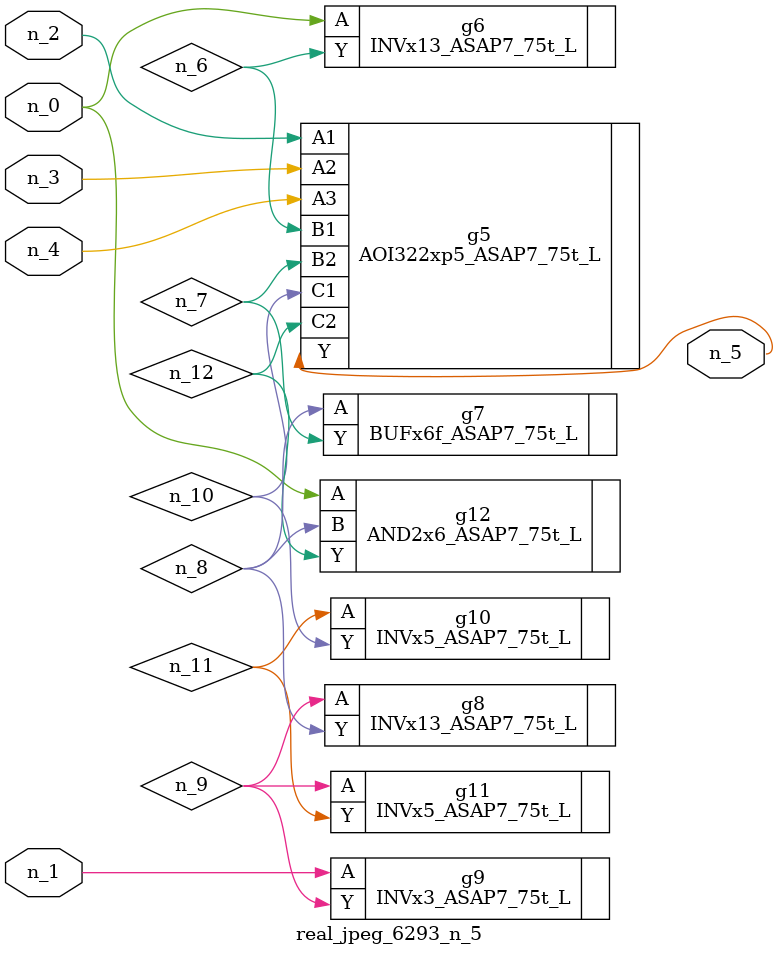
<source format=v>
module real_jpeg_6293_n_5 (n_4, n_0, n_1, n_2, n_3, n_5);

input n_4;
input n_0;
input n_1;
input n_2;
input n_3;

output n_5;

wire n_12;
wire n_8;
wire n_11;
wire n_6;
wire n_7;
wire n_10;
wire n_9;

INVx13_ASAP7_75t_L g6 ( 
.A(n_0),
.Y(n_6)
);

AND2x6_ASAP7_75t_L g12 ( 
.A(n_0),
.B(n_8),
.Y(n_12)
);

INVx3_ASAP7_75t_L g9 ( 
.A(n_1),
.Y(n_9)
);

AOI322xp5_ASAP7_75t_L g5 ( 
.A1(n_2),
.A2(n_3),
.A3(n_4),
.B1(n_6),
.B2(n_7),
.C1(n_10),
.C2(n_12),
.Y(n_5)
);

BUFx6f_ASAP7_75t_L g7 ( 
.A(n_8),
.Y(n_7)
);

INVx13_ASAP7_75t_L g8 ( 
.A(n_9),
.Y(n_8)
);

INVx5_ASAP7_75t_L g11 ( 
.A(n_9),
.Y(n_11)
);

INVx5_ASAP7_75t_L g10 ( 
.A(n_11),
.Y(n_10)
);


endmodule
</source>
